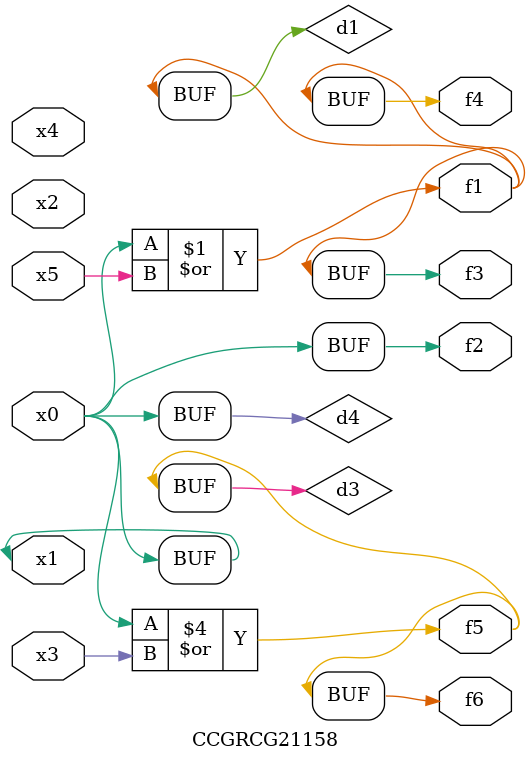
<source format=v>
module CCGRCG21158(
	input x0, x1, x2, x3, x4, x5,
	output f1, f2, f3, f4, f5, f6
);

	wire d1, d2, d3, d4;

	or (d1, x0, x5);
	xnor (d2, x1, x4);
	or (d3, x0, x3);
	buf (d4, x0, x1);
	assign f1 = d1;
	assign f2 = d4;
	assign f3 = d1;
	assign f4 = d1;
	assign f5 = d3;
	assign f6 = d3;
endmodule

</source>
